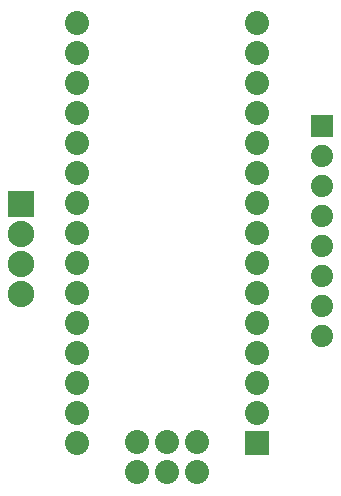
<source format=gbs>
G04 MADE WITH FRITZING*
G04 WWW.FRITZING.ORG*
G04 DOUBLE SIDED*
G04 HOLES PLATED*
G04 CONTOUR ON CENTER OF CONTOUR VECTOR*
%ASAXBY*%
%FSLAX23Y23*%
%MOIN*%
%OFA0B0*%
%SFA1.0B1.0*%
%ADD10C,0.074000*%
%ADD11C,0.080000*%
%ADD12C,0.088000*%
%ADD13R,0.074000X0.074000*%
%ADD14R,0.079958X0.080000*%
%ADD15R,0.087944X0.087986*%
%LNMASK0*%
G90*
G70*
G54D10*
X1222Y1211D03*
X1222Y1111D03*
X1222Y1011D03*
X1222Y911D03*
X1222Y811D03*
X1222Y711D03*
X1222Y611D03*
X1222Y511D03*
G54D11*
X1007Y153D03*
X1007Y253D03*
X1007Y353D03*
X1007Y453D03*
X1007Y553D03*
X1007Y653D03*
X1007Y753D03*
X1007Y853D03*
X1007Y953D03*
X1007Y1053D03*
X1007Y1153D03*
X1007Y1253D03*
X1007Y1353D03*
X1007Y1453D03*
X1007Y1553D03*
X407Y153D03*
X407Y253D03*
X407Y353D03*
X407Y453D03*
X407Y553D03*
X407Y653D03*
X407Y753D03*
X407Y853D03*
X407Y953D03*
X407Y1053D03*
X407Y1153D03*
X407Y1253D03*
X407Y1353D03*
X407Y1453D03*
X407Y1553D03*
X807Y57D03*
X807Y157D03*
X707Y57D03*
X707Y157D03*
X606Y57D03*
X606Y157D03*
G54D12*
X220Y952D03*
X220Y852D03*
X220Y752D03*
X220Y652D03*
G54D13*
X1222Y1211D03*
G54D14*
X1007Y153D03*
G54D15*
X220Y952D03*
G04 End of Mask0*
M02*
</source>
